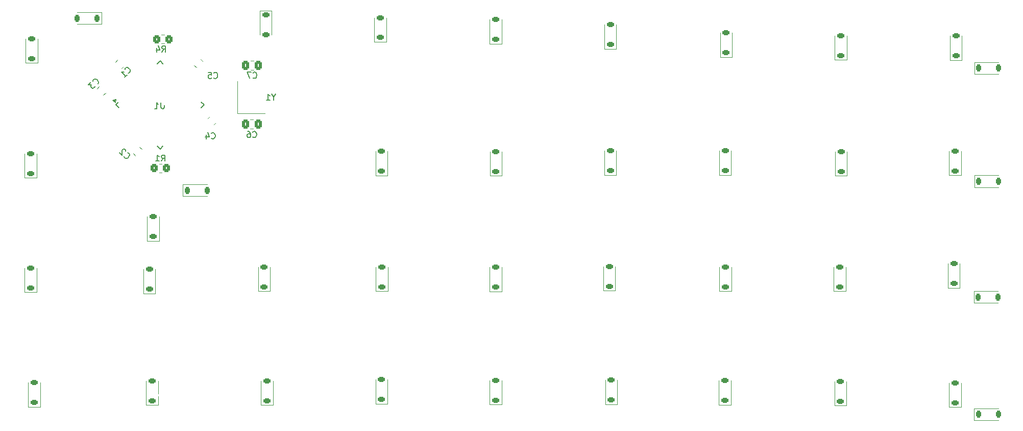
<source format=gbo>
G04 #@! TF.GenerationSoftware,KiCad,Pcbnew,8.0.9-8.0.9-0~ubuntu22.04.1*
G04 #@! TF.CreationDate,2025-05-05T00:51:58+08:00*
G04 #@! TF.ProjectId,macropad,6d616372-6f70-4616-942e-6b696361645f,rev?*
G04 #@! TF.SameCoordinates,Original*
G04 #@! TF.FileFunction,Legend,Bot*
G04 #@! TF.FilePolarity,Positive*
%FSLAX46Y46*%
G04 Gerber Fmt 4.6, Leading zero omitted, Abs format (unit mm)*
G04 Created by KiCad (PCBNEW 8.0.9-8.0.9-0~ubuntu22.04.1) date 2025-05-05 00:51:58*
%MOMM*%
%LPD*%
G01*
G04 APERTURE LIST*
G04 Aperture macros list*
%AMRoundRect*
0 Rectangle with rounded corners*
0 $1 Rounding radius*
0 $2 $3 $4 $5 $6 $7 $8 $9 X,Y pos of 4 corners*
0 Add a 4 corners polygon primitive as box body*
4,1,4,$2,$3,$4,$5,$6,$7,$8,$9,$2,$3,0*
0 Add four circle primitives for the rounded corners*
1,1,$1+$1,$2,$3*
1,1,$1+$1,$4,$5*
1,1,$1+$1,$6,$7*
1,1,$1+$1,$8,$9*
0 Add four rect primitives between the rounded corners*
20,1,$1+$1,$2,$3,$4,$5,0*
20,1,$1+$1,$4,$5,$6,$7,0*
20,1,$1+$1,$6,$7,$8,$9,0*
20,1,$1+$1,$8,$9,$2,$3,0*%
%AMRotRect*
0 Rectangle, with rotation*
0 The origin of the aperture is its center*
0 $1 length*
0 $2 width*
0 $3 Rotation angle, in degrees counterclockwise*
0 Add horizontal line*
21,1,$1,$2,0,0,$3*%
G04 Aperture macros list end*
%ADD10C,0.150000*%
%ADD11C,0.120000*%
%ADD12C,1.700000*%
%ADD13C,4.000000*%
%ADD14C,2.200000*%
%ADD15C,5.300000*%
%ADD16RoundRect,0.250000X-0.600000X-0.600000X0.600000X-0.600000X0.600000X0.600000X-0.600000X0.600000X0*%
%ADD17C,0.650000*%
%ADD18O,2.100000X1.000000*%
%ADD19O,1.600000X1.000000*%
%ADD20RoundRect,0.225000X0.225000X0.375000X-0.225000X0.375000X-0.225000X-0.375000X0.225000X-0.375000X0*%
%ADD21RoundRect,0.225000X0.375000X-0.225000X0.375000X0.225000X-0.375000X0.225000X-0.375000X-0.225000X0*%
%ADD22RoundRect,0.225000X-0.225000X-0.375000X0.225000X-0.375000X0.225000X0.375000X-0.225000X0.375000X0*%
%ADD23RoundRect,0.250000X-0.097227X0.574524X-0.574524X0.097227X0.097227X-0.574524X0.574524X-0.097227X0*%
%ADD24RoundRect,0.250000X-0.574524X-0.097227X-0.097227X-0.574524X0.574524X0.097227X0.097227X0.574524X0*%
%ADD25RoundRect,0.250000X0.337500X0.475000X-0.337500X0.475000X-0.337500X-0.475000X0.337500X-0.475000X0*%
%ADD26RoundRect,0.250000X0.350000X0.450000X-0.350000X0.450000X-0.350000X-0.450000X0.350000X-0.450000X0*%
%ADD27RoundRect,0.250000X0.574524X0.097227X0.097227X0.574524X-0.574524X-0.097227X-0.097227X-0.574524X0*%
%ADD28RotRect,1.500000X0.550000X315.000000*%
%ADD29RotRect,1.500000X0.550000X225.000000*%
%ADD30RoundRect,0.225000X-0.375000X0.225000X-0.375000X-0.225000X0.375000X-0.225000X0.375000X0.225000X0*%
%ADD31RoundRect,0.250000X0.097227X-0.574524X0.574524X-0.097227X-0.097227X0.574524X-0.574524X0.097227X0*%
%ADD32R,1.800000X2.100000*%
%ADD33RoundRect,0.250000X-0.337500X-0.475000X0.337500X-0.475000X0.337500X0.475000X-0.337500X0.475000X0*%
%ADD34C,0.600000*%
G04 APERTURE END LIST*
D10*
X99684173Y-100848472D02*
X99751517Y-100848472D01*
X99751517Y-100848472D02*
X99886204Y-100781128D01*
X99886204Y-100781128D02*
X99953547Y-100713785D01*
X99953547Y-100713785D02*
X100020891Y-100579098D01*
X100020891Y-100579098D02*
X100020891Y-100444411D01*
X100020891Y-100444411D02*
X99987219Y-100343396D01*
X99987219Y-100343396D02*
X99886204Y-100175037D01*
X99886204Y-100175037D02*
X99785189Y-100074022D01*
X99785189Y-100074022D02*
X99616830Y-99973006D01*
X99616830Y-99973006D02*
X99515815Y-99939335D01*
X99515815Y-99939335D02*
X99381128Y-99939335D01*
X99381128Y-99939335D02*
X99246441Y-100006678D01*
X99246441Y-100006678D02*
X99179097Y-100074022D01*
X99179097Y-100074022D02*
X99111754Y-100208709D01*
X99111754Y-100208709D02*
X99111754Y-100276052D01*
X98808708Y-100444411D02*
X98370975Y-100882144D01*
X98370975Y-100882144D02*
X98876051Y-100915815D01*
X98876051Y-100915815D02*
X98775036Y-101016831D01*
X98775036Y-101016831D02*
X98741364Y-101117846D01*
X98741364Y-101117846D02*
X98741364Y-101185189D01*
X98741364Y-101185189D02*
X98775036Y-101286205D01*
X98775036Y-101286205D02*
X98943395Y-101454563D01*
X98943395Y-101454563D02*
X99044410Y-101488235D01*
X99044410Y-101488235D02*
X99111754Y-101488235D01*
X99111754Y-101488235D02*
X99212769Y-101454563D01*
X99212769Y-101454563D02*
X99414799Y-101252533D01*
X99414799Y-101252533D02*
X99448471Y-101151518D01*
X99448471Y-101151518D02*
X99448471Y-101084174D01*
X119166666Y-99759580D02*
X119214285Y-99807200D01*
X119214285Y-99807200D02*
X119357142Y-99854819D01*
X119357142Y-99854819D02*
X119452380Y-99854819D01*
X119452380Y-99854819D02*
X119595237Y-99807200D01*
X119595237Y-99807200D02*
X119690475Y-99711961D01*
X119690475Y-99711961D02*
X119738094Y-99616723D01*
X119738094Y-99616723D02*
X119785713Y-99426247D01*
X119785713Y-99426247D02*
X119785713Y-99283390D01*
X119785713Y-99283390D02*
X119738094Y-99092914D01*
X119738094Y-99092914D02*
X119690475Y-98997676D01*
X119690475Y-98997676D02*
X119595237Y-98902438D01*
X119595237Y-98902438D02*
X119452380Y-98854819D01*
X119452380Y-98854819D02*
X119357142Y-98854819D01*
X119357142Y-98854819D02*
X119214285Y-98902438D01*
X119214285Y-98902438D02*
X119166666Y-98950057D01*
X118261904Y-98854819D02*
X118738094Y-98854819D01*
X118738094Y-98854819D02*
X118785713Y-99331009D01*
X118785713Y-99331009D02*
X118738094Y-99283390D01*
X118738094Y-99283390D02*
X118642856Y-99235771D01*
X118642856Y-99235771D02*
X118404761Y-99235771D01*
X118404761Y-99235771D02*
X118309523Y-99283390D01*
X118309523Y-99283390D02*
X118261904Y-99331009D01*
X118261904Y-99331009D02*
X118214285Y-99426247D01*
X118214285Y-99426247D02*
X118214285Y-99664342D01*
X118214285Y-99664342D02*
X118261904Y-99759580D01*
X118261904Y-99759580D02*
X118309523Y-99807200D01*
X118309523Y-99807200D02*
X118404761Y-99854819D01*
X118404761Y-99854819D02*
X118642856Y-99854819D01*
X118642856Y-99854819D02*
X118738094Y-99807200D01*
X118738094Y-99807200D02*
X118785713Y-99759580D01*
X125626666Y-109559580D02*
X125674285Y-109607200D01*
X125674285Y-109607200D02*
X125817142Y-109654819D01*
X125817142Y-109654819D02*
X125912380Y-109654819D01*
X125912380Y-109654819D02*
X126055237Y-109607200D01*
X126055237Y-109607200D02*
X126150475Y-109511961D01*
X126150475Y-109511961D02*
X126198094Y-109416723D01*
X126198094Y-109416723D02*
X126245713Y-109226247D01*
X126245713Y-109226247D02*
X126245713Y-109083390D01*
X126245713Y-109083390D02*
X126198094Y-108892914D01*
X126198094Y-108892914D02*
X126150475Y-108797676D01*
X126150475Y-108797676D02*
X126055237Y-108702438D01*
X126055237Y-108702438D02*
X125912380Y-108654819D01*
X125912380Y-108654819D02*
X125817142Y-108654819D01*
X125817142Y-108654819D02*
X125674285Y-108702438D01*
X125674285Y-108702438D02*
X125626666Y-108750057D01*
X124769523Y-108654819D02*
X124959999Y-108654819D01*
X124959999Y-108654819D02*
X125055237Y-108702438D01*
X125055237Y-108702438D02*
X125102856Y-108750057D01*
X125102856Y-108750057D02*
X125198094Y-108892914D01*
X125198094Y-108892914D02*
X125245713Y-109083390D01*
X125245713Y-109083390D02*
X125245713Y-109464342D01*
X125245713Y-109464342D02*
X125198094Y-109559580D01*
X125198094Y-109559580D02*
X125150475Y-109607200D01*
X125150475Y-109607200D02*
X125055237Y-109654819D01*
X125055237Y-109654819D02*
X124864761Y-109654819D01*
X124864761Y-109654819D02*
X124769523Y-109607200D01*
X124769523Y-109607200D02*
X124721904Y-109559580D01*
X124721904Y-109559580D02*
X124674285Y-109464342D01*
X124674285Y-109464342D02*
X124674285Y-109226247D01*
X124674285Y-109226247D02*
X124721904Y-109131009D01*
X124721904Y-109131009D02*
X124769523Y-109083390D01*
X124769523Y-109083390D02*
X124864761Y-109035771D01*
X124864761Y-109035771D02*
X125055237Y-109035771D01*
X125055237Y-109035771D02*
X125150475Y-109083390D01*
X125150475Y-109083390D02*
X125198094Y-109131009D01*
X125198094Y-109131009D02*
X125245713Y-109226247D01*
X110466666Y-113554819D02*
X110799999Y-113078628D01*
X111038094Y-113554819D02*
X111038094Y-112554819D01*
X111038094Y-112554819D02*
X110657142Y-112554819D01*
X110657142Y-112554819D02*
X110561904Y-112602438D01*
X110561904Y-112602438D02*
X110514285Y-112650057D01*
X110514285Y-112650057D02*
X110466666Y-112745295D01*
X110466666Y-112745295D02*
X110466666Y-112888152D01*
X110466666Y-112888152D02*
X110514285Y-112983390D01*
X110514285Y-112983390D02*
X110561904Y-113031009D01*
X110561904Y-113031009D02*
X110657142Y-113078628D01*
X110657142Y-113078628D02*
X111038094Y-113078628D01*
X109514285Y-113554819D02*
X110085713Y-113554819D01*
X109799999Y-113554819D02*
X109799999Y-112554819D01*
X109799999Y-112554819D02*
X109895237Y-112697676D01*
X109895237Y-112697676D02*
X109990475Y-112792914D01*
X109990475Y-112792914D02*
X110085713Y-112840533D01*
X104263588Y-112772112D02*
X104263588Y-112839456D01*
X104263588Y-112839456D02*
X104330932Y-112974143D01*
X104330932Y-112974143D02*
X104398275Y-113041486D01*
X104398275Y-113041486D02*
X104532962Y-113108830D01*
X104532962Y-113108830D02*
X104667649Y-113108830D01*
X104667649Y-113108830D02*
X104768664Y-113075158D01*
X104768664Y-113075158D02*
X104937023Y-112974143D01*
X104937023Y-112974143D02*
X105038038Y-112873128D01*
X105038038Y-112873128D02*
X105139054Y-112704769D01*
X105139054Y-112704769D02*
X105172725Y-112603754D01*
X105172725Y-112603754D02*
X105172725Y-112469067D01*
X105172725Y-112469067D02*
X105105382Y-112334380D01*
X105105382Y-112334380D02*
X105038038Y-112267036D01*
X105038038Y-112267036D02*
X104903351Y-112199693D01*
X104903351Y-112199693D02*
X104836008Y-112199693D01*
X104566634Y-111930319D02*
X104566634Y-111862975D01*
X104566634Y-111862975D02*
X104532962Y-111761960D01*
X104532962Y-111761960D02*
X104364603Y-111593601D01*
X104364603Y-111593601D02*
X104263588Y-111559929D01*
X104263588Y-111559929D02*
X104196245Y-111559929D01*
X104196245Y-111559929D02*
X104095229Y-111593601D01*
X104095229Y-111593601D02*
X104027886Y-111660945D01*
X104027886Y-111660945D02*
X103960542Y-111795632D01*
X103960542Y-111795632D02*
X103960542Y-112603754D01*
X103960542Y-112603754D02*
X103522810Y-112166021D01*
X110961904Y-103854819D02*
X110961904Y-104664342D01*
X110961904Y-104664342D02*
X110914285Y-104759580D01*
X110914285Y-104759580D02*
X110866666Y-104807200D01*
X110866666Y-104807200D02*
X110771428Y-104854819D01*
X110771428Y-104854819D02*
X110580952Y-104854819D01*
X110580952Y-104854819D02*
X110485714Y-104807200D01*
X110485714Y-104807200D02*
X110438095Y-104759580D01*
X110438095Y-104759580D02*
X110390476Y-104664342D01*
X110390476Y-104664342D02*
X110390476Y-103854819D01*
X109390476Y-104854819D02*
X109961904Y-104854819D01*
X109676190Y-104854819D02*
X109676190Y-103854819D01*
X109676190Y-103854819D02*
X109771428Y-103997676D01*
X109771428Y-103997676D02*
X109866666Y-104092914D01*
X109866666Y-104092914D02*
X109961904Y-104140533D01*
X104972112Y-98936411D02*
X105039456Y-98936411D01*
X105039456Y-98936411D02*
X105174143Y-98869067D01*
X105174143Y-98869067D02*
X105241486Y-98801724D01*
X105241486Y-98801724D02*
X105308830Y-98667037D01*
X105308830Y-98667037D02*
X105308830Y-98532350D01*
X105308830Y-98532350D02*
X105275158Y-98431335D01*
X105275158Y-98431335D02*
X105174143Y-98262976D01*
X105174143Y-98262976D02*
X105073128Y-98161961D01*
X105073128Y-98161961D02*
X104904769Y-98060945D01*
X104904769Y-98060945D02*
X104803754Y-98027274D01*
X104803754Y-98027274D02*
X104669067Y-98027274D01*
X104669067Y-98027274D02*
X104534380Y-98094617D01*
X104534380Y-98094617D02*
X104467036Y-98161961D01*
X104467036Y-98161961D02*
X104399693Y-98296648D01*
X104399693Y-98296648D02*
X104399693Y-98363991D01*
X104366021Y-99677189D02*
X104770082Y-99273128D01*
X104568051Y-99475159D02*
X103860945Y-98768052D01*
X103860945Y-98768052D02*
X104029303Y-98801724D01*
X104029303Y-98801724D02*
X104163990Y-98801724D01*
X104163990Y-98801724D02*
X104265006Y-98768052D01*
X110566666Y-95454819D02*
X110899999Y-94978628D01*
X111138094Y-95454819D02*
X111138094Y-94454819D01*
X111138094Y-94454819D02*
X110757142Y-94454819D01*
X110757142Y-94454819D02*
X110661904Y-94502438D01*
X110661904Y-94502438D02*
X110614285Y-94550057D01*
X110614285Y-94550057D02*
X110566666Y-94645295D01*
X110566666Y-94645295D02*
X110566666Y-94788152D01*
X110566666Y-94788152D02*
X110614285Y-94883390D01*
X110614285Y-94883390D02*
X110661904Y-94931009D01*
X110661904Y-94931009D02*
X110757142Y-94978628D01*
X110757142Y-94978628D02*
X111138094Y-94978628D01*
X109709523Y-94788152D02*
X109709523Y-95454819D01*
X109947618Y-94407200D02*
X110185713Y-95121485D01*
X110185713Y-95121485D02*
X109566666Y-95121485D01*
X118766666Y-109759580D02*
X118814285Y-109807200D01*
X118814285Y-109807200D02*
X118957142Y-109854819D01*
X118957142Y-109854819D02*
X119052380Y-109854819D01*
X119052380Y-109854819D02*
X119195237Y-109807200D01*
X119195237Y-109807200D02*
X119290475Y-109711961D01*
X119290475Y-109711961D02*
X119338094Y-109616723D01*
X119338094Y-109616723D02*
X119385713Y-109426247D01*
X119385713Y-109426247D02*
X119385713Y-109283390D01*
X119385713Y-109283390D02*
X119338094Y-109092914D01*
X119338094Y-109092914D02*
X119290475Y-108997676D01*
X119290475Y-108997676D02*
X119195237Y-108902438D01*
X119195237Y-108902438D02*
X119052380Y-108854819D01*
X119052380Y-108854819D02*
X118957142Y-108854819D01*
X118957142Y-108854819D02*
X118814285Y-108902438D01*
X118814285Y-108902438D02*
X118766666Y-108950057D01*
X117909523Y-109188152D02*
X117909523Y-109854819D01*
X118147618Y-108807200D02*
X118385713Y-109521485D01*
X118385713Y-109521485D02*
X117766666Y-109521485D01*
X129076190Y-102978628D02*
X129076190Y-103454819D01*
X129409523Y-102454819D02*
X129076190Y-102978628D01*
X129076190Y-102978628D02*
X128742857Y-102454819D01*
X127885714Y-103454819D02*
X128457142Y-103454819D01*
X128171428Y-103454819D02*
X128171428Y-102454819D01*
X128171428Y-102454819D02*
X128266666Y-102597676D01*
X128266666Y-102597676D02*
X128361904Y-102692914D01*
X128361904Y-102692914D02*
X128457142Y-102740533D01*
X125664166Y-99729580D02*
X125711785Y-99777200D01*
X125711785Y-99777200D02*
X125854642Y-99824819D01*
X125854642Y-99824819D02*
X125949880Y-99824819D01*
X125949880Y-99824819D02*
X126092737Y-99777200D01*
X126092737Y-99777200D02*
X126187975Y-99681961D01*
X126187975Y-99681961D02*
X126235594Y-99586723D01*
X126235594Y-99586723D02*
X126283213Y-99396247D01*
X126283213Y-99396247D02*
X126283213Y-99253390D01*
X126283213Y-99253390D02*
X126235594Y-99062914D01*
X126235594Y-99062914D02*
X126187975Y-98967676D01*
X126187975Y-98967676D02*
X126092737Y-98872438D01*
X126092737Y-98872438D02*
X125949880Y-98824819D01*
X125949880Y-98824819D02*
X125854642Y-98824819D01*
X125854642Y-98824819D02*
X125711785Y-98872438D01*
X125711785Y-98872438D02*
X125664166Y-98920057D01*
X125330832Y-98824819D02*
X124664166Y-98824819D01*
X124664166Y-98824819D02*
X125092737Y-99824819D01*
D11*
X96500000Y-88875000D02*
X100510000Y-88875000D01*
X96500000Y-90875000D02*
X100510000Y-90875000D01*
X100510000Y-90875000D02*
X100510000Y-88875000D01*
X87800000Y-112300000D02*
X87800000Y-116310000D01*
X87800000Y-116310000D02*
X89800000Y-116310000D01*
X89800000Y-112300000D02*
X89800000Y-116310000D01*
X245215000Y-135100000D02*
X245215000Y-137100000D01*
X249225000Y-135100000D02*
X245215000Y-135100000D01*
X249225000Y-137100000D02*
X245215000Y-137100000D01*
X99795543Y-101565010D02*
X100165010Y-101195543D01*
X100834990Y-102604457D02*
X101204457Y-102234990D01*
X145800000Y-89775000D02*
X145800000Y-93785000D01*
X145800000Y-93785000D02*
X147800000Y-93785000D01*
X147800000Y-89775000D02*
X147800000Y-93785000D01*
X107475000Y-131500000D02*
X107475000Y-135510000D01*
X107475000Y-135510000D02*
X109475000Y-135510000D01*
X109475000Y-131500000D02*
X109475000Y-135510000D01*
X203000000Y-131125000D02*
X203000000Y-135135000D01*
X203000000Y-135135000D02*
X205000000Y-135135000D01*
X205000000Y-131125000D02*
X205000000Y-135135000D01*
X245265000Y-154550000D02*
X245265000Y-156550000D01*
X249275000Y-154550000D02*
X245265000Y-154550000D01*
X249275000Y-156550000D02*
X245265000Y-156550000D01*
X222100000Y-150075000D02*
X222100000Y-154085000D01*
X222100000Y-154085000D02*
X224100000Y-154085000D01*
X224100000Y-150075000D02*
X224100000Y-154085000D01*
X145975000Y-149800000D02*
X145975000Y-153810000D01*
X145975000Y-153810000D02*
X147975000Y-153810000D01*
X147975000Y-149800000D02*
X147975000Y-153810000D01*
X202925000Y-149950000D02*
X202925000Y-153960000D01*
X202925000Y-153960000D02*
X204925000Y-153960000D01*
X204925000Y-149950000D02*
X204925000Y-153960000D01*
X221975000Y-131125000D02*
X221975000Y-135135000D01*
X221975000Y-135135000D02*
X223975000Y-135135000D01*
X223975000Y-131125000D02*
X223975000Y-135135000D01*
X164900000Y-131150000D02*
X164900000Y-135160000D01*
X164900000Y-135160000D02*
X166900000Y-135160000D01*
X166900000Y-131150000D02*
X166900000Y-135160000D01*
X145975000Y-111950000D02*
X145975000Y-115960000D01*
X145975000Y-115960000D02*
X147975000Y-115960000D01*
X147975000Y-111950000D02*
X147975000Y-115960000D01*
X116265010Y-98054457D02*
X115895543Y-97684990D01*
X117304457Y-97015010D02*
X116934990Y-96645543D01*
X245315000Y-97150000D02*
X245315000Y-99150000D01*
X249325000Y-97150000D02*
X245315000Y-97150000D01*
X249325000Y-99150000D02*
X245315000Y-99150000D01*
X125198748Y-106705000D02*
X125721252Y-106705000D01*
X125198748Y-108175000D02*
X125721252Y-108175000D01*
X164900000Y-149900000D02*
X164900000Y-153910000D01*
X164900000Y-153910000D02*
X166900000Y-153910000D01*
X166900000Y-149900000D02*
X166900000Y-153910000D01*
X87800000Y-131300000D02*
X87800000Y-135310000D01*
X87800000Y-135310000D02*
X89800000Y-135310000D01*
X89800000Y-131300000D02*
X89800000Y-135310000D01*
X241125000Y-111900000D02*
X241125000Y-115910000D01*
X241125000Y-115910000D02*
X243125000Y-115910000D01*
X243125000Y-111900000D02*
X243125000Y-115910000D01*
X164950000Y-111975000D02*
X164950000Y-115985000D01*
X164950000Y-115985000D02*
X166950000Y-115985000D01*
X166950000Y-111975000D02*
X166950000Y-115985000D01*
X110072936Y-114015000D02*
X110527064Y-114015000D01*
X110072936Y-115485000D02*
X110527064Y-115485000D01*
X183925000Y-111850000D02*
X183925000Y-115860000D01*
X183925000Y-115860000D02*
X185925000Y-115860000D01*
X185925000Y-111850000D02*
X185925000Y-115860000D01*
X105795543Y-112284990D02*
X106165010Y-112654457D01*
X106834990Y-111245543D02*
X107204457Y-111615010D01*
X126500000Y-131100000D02*
X126500000Y-135110000D01*
X126500000Y-135110000D02*
X128500000Y-135110000D01*
X128500000Y-131100000D02*
X128500000Y-135110000D01*
X241250000Y-92800000D02*
X241250000Y-96810000D01*
X241250000Y-96810000D02*
X243250000Y-96810000D01*
X243250000Y-92800000D02*
X243250000Y-96810000D01*
X184075000Y-149875000D02*
X184075000Y-153885000D01*
X184075000Y-153885000D02*
X186075000Y-153885000D01*
X186075000Y-149875000D02*
X186075000Y-153885000D01*
D10*
X103366315Y-103815129D02*
X102931445Y-104250000D01*
X103408742Y-104727297D02*
X102931445Y-104250000D01*
X109772703Y-97408742D02*
X110250000Y-96931445D01*
X109772703Y-111091258D02*
X110250000Y-111568555D01*
X110727297Y-97408742D02*
X110250000Y-96931445D01*
X110727297Y-111091258D02*
X110250000Y-111568555D01*
X117091258Y-103772703D02*
X117568555Y-104250000D01*
X117091258Y-104727297D02*
X117568555Y-104250000D01*
D11*
X102804166Y-103889376D02*
X102323333Y-103408543D01*
X102896089Y-103316619D01*
X102804166Y-103889376D01*
G36*
X102804166Y-103889376D02*
G01*
X102323333Y-103408543D01*
X102896089Y-103316619D01*
X102804166Y-103889376D01*
G37*
X245290000Y-115925000D02*
X245290000Y-117925000D01*
X249300000Y-115925000D02*
X245290000Y-115925000D01*
X249300000Y-117925000D02*
X245290000Y-117925000D01*
X88375000Y-150300000D02*
X88375000Y-154310000D01*
X88375000Y-154310000D02*
X90375000Y-154310000D01*
X90375000Y-150300000D02*
X90375000Y-154310000D01*
X87925000Y-93300000D02*
X87925000Y-97310000D01*
X87925000Y-97310000D02*
X89925000Y-97310000D01*
X89925000Y-93300000D02*
X89925000Y-97310000D01*
X102795543Y-97165010D02*
X103165010Y-96795543D01*
X103834990Y-98204457D02*
X104204457Y-97834990D01*
X222200000Y-111975000D02*
X222200000Y-115985000D01*
X222200000Y-115985000D02*
X224200000Y-115985000D01*
X224200000Y-111975000D02*
X224200000Y-115985000D01*
X183925000Y-90950000D02*
X183925000Y-94960000D01*
X183925000Y-94960000D02*
X185925000Y-94960000D01*
X185925000Y-90950000D02*
X185925000Y-94960000D01*
X108075000Y-122775000D02*
X108075000Y-126785000D01*
X108075000Y-126785000D02*
X110075000Y-126785000D01*
X110075000Y-122775000D02*
X110075000Y-126785000D01*
X222150000Y-92750000D02*
X222150000Y-96760000D01*
X222150000Y-96760000D02*
X224150000Y-96760000D01*
X224150000Y-92750000D02*
X224150000Y-96760000D01*
X203125000Y-92300000D02*
X203125000Y-96310000D01*
X203125000Y-96310000D02*
X205125000Y-96310000D01*
X205125000Y-92300000D02*
X205125000Y-96310000D01*
X183750000Y-131025000D02*
X183750000Y-135035000D01*
X183750000Y-135035000D02*
X185750000Y-135035000D01*
X185750000Y-131025000D02*
X185750000Y-135035000D01*
X240900000Y-130575000D02*
X240900000Y-134585000D01*
X240900000Y-134585000D02*
X242900000Y-134585000D01*
X242900000Y-130575000D02*
X242900000Y-134585000D01*
X146025000Y-131100000D02*
X146025000Y-135110000D01*
X146025000Y-135110000D02*
X148025000Y-135110000D01*
X148025000Y-131100000D02*
X148025000Y-135110000D01*
X114040000Y-117400000D02*
X114040000Y-119400000D01*
X118050000Y-117400000D02*
X114040000Y-117400000D01*
X118050000Y-119400000D02*
X114040000Y-119400000D01*
X126975000Y-149975000D02*
X126975000Y-153985000D01*
X126975000Y-153985000D02*
X128975000Y-153985000D01*
X128975000Y-149975000D02*
X128975000Y-153985000D01*
X241125000Y-150350000D02*
X241125000Y-154360000D01*
X241125000Y-154360000D02*
X243125000Y-154360000D01*
X243125000Y-150350000D02*
X243125000Y-154360000D01*
X126775000Y-92600000D02*
X126775000Y-88590000D01*
X128775000Y-88590000D02*
X126775000Y-88590000D01*
X128775000Y-92600000D02*
X128775000Y-88590000D01*
X110472936Y-92615000D02*
X110927064Y-92615000D01*
X110472936Y-94085000D02*
X110927064Y-94085000D01*
X107925000Y-150025000D02*
X107925000Y-154035000D01*
X107925000Y-154035000D02*
X109925000Y-154035000D01*
X109925000Y-150025000D02*
X109925000Y-154035000D01*
X118515010Y-106145543D02*
X118145543Y-106515010D01*
X119554457Y-107184990D02*
X119184990Y-107554457D01*
X202975000Y-111850000D02*
X202975000Y-115860000D01*
X202975000Y-115860000D02*
X204975000Y-115860000D01*
X204975000Y-111850000D02*
X204975000Y-115860000D01*
X123110000Y-100290000D02*
X123110000Y-105690000D01*
X123110000Y-105690000D02*
X127610000Y-105690000D01*
X164900000Y-90100000D02*
X164900000Y-94110000D01*
X164900000Y-94110000D02*
X166900000Y-94110000D01*
X166900000Y-90100000D02*
X166900000Y-94110000D01*
X125758752Y-96955000D02*
X125236248Y-96955000D01*
X125758752Y-98425000D02*
X125236248Y-98425000D01*
%LPC*%
D12*
X190500000Y-114220000D03*
D13*
X195580000Y-114220000D03*
D12*
X200660000Y-114220000D03*
D14*
X198120000Y-109140000D03*
X191770000Y-111680000D03*
D12*
X209550000Y-152400000D03*
D13*
X214630000Y-152400000D03*
D12*
X219710000Y-152400000D03*
D14*
X217170000Y-147320000D03*
X210820000Y-149860000D03*
D12*
X152400000Y-114220000D03*
D13*
X157480000Y-114220000D03*
D12*
X162560000Y-114220000D03*
D14*
X160020000Y-109140000D03*
X153670000Y-111680000D03*
D12*
X228600000Y-95250000D03*
D13*
X233680000Y-95250000D03*
D12*
X238760000Y-95250000D03*
D14*
X236220000Y-90170000D03*
X229870000Y-92710000D03*
D12*
X190500000Y-152400000D03*
D13*
X195580000Y-152400000D03*
D12*
X200660000Y-152400000D03*
D14*
X198120000Y-147320000D03*
X191770000Y-149860000D03*
D12*
X95250000Y-95250000D03*
D13*
X100330000Y-95250000D03*
D12*
X105410000Y-95250000D03*
D14*
X102870000Y-90170000D03*
X96520000Y-92710000D03*
D12*
X152400000Y-152400000D03*
D13*
X157480000Y-152400000D03*
D12*
X162560000Y-152400000D03*
D14*
X160020000Y-147320000D03*
X153670000Y-149860000D03*
D12*
X190500000Y-95250000D03*
D13*
X195580000Y-95250000D03*
D12*
X200660000Y-95250000D03*
D14*
X198120000Y-90170000D03*
X191770000Y-92710000D03*
D12*
X228600000Y-114220000D03*
D13*
X233680000Y-114220000D03*
D12*
X238760000Y-114220000D03*
D14*
X236220000Y-109140000D03*
X229870000Y-111680000D03*
D12*
X171450000Y-133350000D03*
D13*
X176530000Y-133350000D03*
D12*
X181610000Y-133350000D03*
D14*
X179070000Y-128270000D03*
X172720000Y-130810000D03*
D12*
X247650000Y-114220000D03*
D13*
X252730000Y-114220000D03*
D12*
X257810000Y-114220000D03*
D14*
X255270000Y-109140000D03*
X248920000Y-111680000D03*
D12*
X133350000Y-133350000D03*
D13*
X138430000Y-133350000D03*
D12*
X143510000Y-133350000D03*
D14*
X140970000Y-128270000D03*
X134620000Y-130810000D03*
D12*
X114300000Y-95250000D03*
D13*
X119380000Y-95250000D03*
D12*
X124460000Y-95250000D03*
D14*
X121920000Y-90170000D03*
X115570000Y-92710000D03*
D12*
X209550000Y-95250000D03*
D13*
X214630000Y-95250000D03*
D12*
X219710000Y-95250000D03*
D14*
X217170000Y-90170000D03*
X210820000Y-92710000D03*
D15*
X167000000Y-123600000D03*
D12*
X209550000Y-114220000D03*
D13*
X214630000Y-114220000D03*
D12*
X219710000Y-114220000D03*
D14*
X217170000Y-109140000D03*
X210820000Y-111680000D03*
D12*
X76200000Y-95250000D03*
D13*
X81280000Y-95250000D03*
D12*
X86360000Y-95250000D03*
D14*
X83820000Y-90170000D03*
X77470000Y-92710000D03*
D12*
X228600000Y-133350000D03*
D13*
X233680000Y-133350000D03*
D12*
X238760000Y-133350000D03*
D14*
X236220000Y-128270000D03*
X229870000Y-130810000D03*
D12*
X190500000Y-133350000D03*
D13*
X195580000Y-133350000D03*
D12*
X200660000Y-133350000D03*
D14*
X198120000Y-128270000D03*
X191770000Y-130810000D03*
D12*
X76200000Y-133350000D03*
D13*
X81280000Y-133350000D03*
D12*
X86360000Y-133350000D03*
D14*
X83820000Y-128270000D03*
X77470000Y-130810000D03*
D12*
X247650000Y-133350000D03*
D13*
X252730000Y-133350000D03*
D12*
X257810000Y-133350000D03*
D14*
X255270000Y-128270000D03*
X248920000Y-130810000D03*
D12*
X114300000Y-133350000D03*
D13*
X119380000Y-133350000D03*
D12*
X124460000Y-133350000D03*
D14*
X121920000Y-128270000D03*
X115570000Y-130810000D03*
D12*
X247650000Y-152400000D03*
D13*
X252730000Y-152400000D03*
D12*
X257810000Y-152400000D03*
D14*
X255270000Y-147320000D03*
X248920000Y-149860000D03*
D12*
X95250000Y-114220000D03*
D13*
X100330000Y-114220000D03*
D12*
X105410000Y-114220000D03*
D14*
X102870000Y-109140000D03*
X96520000Y-111680000D03*
D12*
X133350000Y-114220000D03*
D13*
X138430000Y-114220000D03*
D12*
X143510000Y-114220000D03*
D14*
X140970000Y-109140000D03*
X134620000Y-111680000D03*
D12*
X76200000Y-152400000D03*
D13*
X81280000Y-152400000D03*
D12*
X86360000Y-152400000D03*
D14*
X83820000Y-147320000D03*
X77470000Y-149860000D03*
D16*
X91730000Y-77855000D03*
D12*
X94270000Y-77855000D03*
X91730000Y-80395000D03*
X94270000Y-80395000D03*
X91730000Y-82935000D03*
X94270000Y-82935000D03*
X95250000Y-133350000D03*
D13*
X100330000Y-133350000D03*
D12*
X105410000Y-133350000D03*
D14*
X102870000Y-128270000D03*
X96520000Y-130810000D03*
D12*
X114300000Y-114220000D03*
D13*
X119380000Y-114220000D03*
D12*
X124460000Y-114220000D03*
D14*
X121920000Y-109140000D03*
X115570000Y-111680000D03*
D15*
X243250000Y-143000000D03*
D12*
X133350000Y-95250000D03*
D13*
X138430000Y-95250000D03*
D12*
X143510000Y-95250000D03*
D14*
X140970000Y-90170000D03*
X134620000Y-92710000D03*
D12*
X171450000Y-114220000D03*
D13*
X176530000Y-114220000D03*
D12*
X181610000Y-114220000D03*
D14*
X179070000Y-109140000D03*
X172720000Y-111680000D03*
D15*
X90800000Y-104600000D03*
D12*
X171450000Y-152400000D03*
D13*
X176530000Y-152400000D03*
D12*
X181610000Y-152400000D03*
D14*
X179070000Y-147320000D03*
X172720000Y-149860000D03*
D12*
X152400000Y-95250000D03*
D13*
X157480000Y-95250000D03*
D12*
X162560000Y-95250000D03*
D14*
X160020000Y-90170000D03*
X153670000Y-92710000D03*
D15*
X90750000Y-142750000D03*
D12*
X152400000Y-133350000D03*
D13*
X157480000Y-133350000D03*
D12*
X162560000Y-133350000D03*
D14*
X160020000Y-128270000D03*
X153670000Y-130810000D03*
D12*
X228600000Y-152400000D03*
D13*
X233680000Y-152400000D03*
D12*
X238760000Y-152400000D03*
D14*
X236220000Y-147320000D03*
X229870000Y-149860000D03*
D12*
X247650000Y-95250000D03*
D13*
X252730000Y-95250000D03*
D12*
X257810000Y-95250000D03*
D14*
X255270000Y-90170000D03*
X248920000Y-92710000D03*
D12*
X171450000Y-95250000D03*
D13*
X176530000Y-95250000D03*
D12*
X181610000Y-95250000D03*
D14*
X179070000Y-90170000D03*
X172720000Y-92710000D03*
D15*
X243250000Y-104750000D03*
D12*
X114300000Y-152400000D03*
D13*
X119380000Y-152400000D03*
D12*
X124460000Y-152400000D03*
D14*
X121920000Y-147320000D03*
X115570000Y-149860000D03*
D17*
X79240000Y-77485000D03*
X79240000Y-83265000D03*
D18*
X79770000Y-76055000D03*
D19*
X75590000Y-76055000D03*
D18*
X79770000Y-84695000D03*
D19*
X75590000Y-84695000D03*
D12*
X76200000Y-114220000D03*
D13*
X81280000Y-114220000D03*
D12*
X86360000Y-114220000D03*
D14*
X83820000Y-109140000D03*
X77470000Y-111680000D03*
D12*
X95250000Y-152400000D03*
D13*
X100330000Y-152400000D03*
D12*
X105410000Y-152400000D03*
D14*
X102870000Y-147320000D03*
X96520000Y-149860000D03*
D12*
X133350000Y-152400000D03*
D13*
X138430000Y-152400000D03*
D12*
X143510000Y-152400000D03*
D14*
X140970000Y-147320000D03*
X134620000Y-149860000D03*
D12*
X209550000Y-133350000D03*
D13*
X214630000Y-133350000D03*
D12*
X219710000Y-133350000D03*
D14*
X217170000Y-128270000D03*
X210820000Y-130810000D03*
D20*
X99800000Y-89875000D03*
X96500000Y-89875000D03*
D21*
X88800000Y-115600000D03*
X88800000Y-112300000D03*
D22*
X245925000Y-136100000D03*
X249225000Y-136100000D03*
D23*
X101233623Y-101166377D03*
X99766377Y-102633623D03*
D21*
X146800000Y-93075000D03*
X146800000Y-89775000D03*
X108475000Y-134800000D03*
X108475000Y-131500000D03*
X204000000Y-134425000D03*
X204000000Y-131125000D03*
D22*
X245975000Y-155550000D03*
X249275000Y-155550000D03*
D21*
X223100000Y-153375000D03*
X223100000Y-150075000D03*
X146975000Y-153100000D03*
X146975000Y-149800000D03*
X203925000Y-153250000D03*
X203925000Y-149950000D03*
X222975000Y-134425000D03*
X222975000Y-131125000D03*
X165900000Y-134450000D03*
X165900000Y-131150000D03*
X146975000Y-115250000D03*
X146975000Y-111950000D03*
D24*
X115866377Y-96616377D03*
X117333623Y-98083623D03*
D22*
X246025000Y-98150000D03*
X249325000Y-98150000D03*
D25*
X126497500Y-107440000D03*
X124422500Y-107440000D03*
D21*
X165900000Y-153200000D03*
X165900000Y-149900000D03*
X88800000Y-134600000D03*
X88800000Y-131300000D03*
X242125000Y-115200000D03*
X242125000Y-111900000D03*
X165950000Y-115275000D03*
X165950000Y-111975000D03*
D26*
X111300000Y-114750000D03*
X109300000Y-114750000D03*
D21*
X184925000Y-115150000D03*
X184925000Y-111850000D03*
D27*
X107233623Y-112683623D03*
X105766377Y-111216377D03*
D21*
X127500000Y-134400000D03*
X127500000Y-131100000D03*
X242250000Y-96100000D03*
X242250000Y-92800000D03*
X185075000Y-153175000D03*
X185075000Y-149875000D03*
D28*
X103391064Y-103047918D03*
X103956750Y-102482233D03*
X104522435Y-101916548D03*
X105088120Y-101350862D03*
X105653806Y-100785177D03*
X106219491Y-100219491D03*
X106785177Y-99653806D03*
X107350862Y-99088120D03*
X107916548Y-98522435D03*
X108482233Y-97956750D03*
X109047918Y-97391064D03*
D29*
X111452082Y-97391064D03*
X112017767Y-97956750D03*
X112583452Y-98522435D03*
X113149138Y-99088120D03*
X113714823Y-99653806D03*
X114280509Y-100219491D03*
X114846194Y-100785177D03*
X115411880Y-101350862D03*
X115977565Y-101916548D03*
X116543250Y-102482233D03*
X117108936Y-103047918D03*
D28*
X117108936Y-105452082D03*
X116543250Y-106017767D03*
X115977565Y-106583452D03*
X115411880Y-107149138D03*
X114846194Y-107714823D03*
X114280509Y-108280509D03*
X113714823Y-108846194D03*
X113149138Y-109411880D03*
X112583452Y-109977565D03*
X112017767Y-110543250D03*
X111452082Y-111108936D03*
D29*
X109047918Y-111108936D03*
X108482233Y-110543250D03*
X107916548Y-109977565D03*
X107350862Y-109411880D03*
X106785177Y-108846194D03*
X106219491Y-108280509D03*
X105653806Y-107714823D03*
X105088120Y-107149138D03*
X104522435Y-106583452D03*
X103956750Y-106017767D03*
X103391064Y-105452082D03*
D22*
X246000000Y-116925000D03*
X249300000Y-116925000D03*
D21*
X89375000Y-153600000D03*
X89375000Y-150300000D03*
X88925000Y-96600000D03*
X88925000Y-93300000D03*
D23*
X104233623Y-96766377D03*
X102766377Y-98233623D03*
D21*
X223200000Y-115275000D03*
X223200000Y-111975000D03*
X184925000Y-94250000D03*
X184925000Y-90950000D03*
X109075000Y-126075000D03*
X109075000Y-122775000D03*
X223150000Y-96050000D03*
X223150000Y-92750000D03*
X204125000Y-95600000D03*
X204125000Y-92300000D03*
X184750000Y-134325000D03*
X184750000Y-131025000D03*
X241900000Y-133875000D03*
X241900000Y-130575000D03*
X147025000Y-134400000D03*
X147025000Y-131100000D03*
D22*
X114750000Y-118400000D03*
X118050000Y-118400000D03*
D21*
X127975000Y-153275000D03*
X127975000Y-149975000D03*
X242125000Y-153650000D03*
X242125000Y-150350000D03*
D30*
X127775000Y-89300000D03*
X127775000Y-92600000D03*
D26*
X111700000Y-93350000D03*
X109700000Y-93350000D03*
D21*
X108925000Y-153325000D03*
X108925000Y-150025000D03*
D31*
X118116377Y-107583623D03*
X119583623Y-106116377D03*
D21*
X203975000Y-115150000D03*
X203975000Y-111850000D03*
D32*
X124210000Y-104440000D03*
X124210000Y-101540000D03*
X126510000Y-101540000D03*
X126510000Y-104440000D03*
D21*
X165900000Y-93400000D03*
X165900000Y-90100000D03*
D33*
X124460000Y-97690000D03*
X126535000Y-97690000D03*
D34*
X104000000Y-79000000D03*
X104000000Y-80000000D03*
X103000000Y-80000000D03*
X103000000Y-79000000D03*
X94000000Y-86000000D03*
X94000000Y-87000000D03*
X93000000Y-87000000D03*
X93000000Y-86000000D03*
X127000000Y-128000000D03*
X126000000Y-128000000D03*
X125000000Y-128000000D03*
X135000000Y-97000000D03*
X187000000Y-96000000D03*
X187000000Y-95000000D03*
X187000000Y-94000000D03*
X187000000Y-93000000D03*
X187000000Y-92000000D03*
X150000000Y-94000000D03*
X150000000Y-95000000D03*
X150000000Y-93000000D03*
X150000000Y-92000000D03*
X150000000Y-91000000D03*
X125000000Y-118000000D03*
X125000000Y-119000000D03*
X125000000Y-120000000D03*
X124000000Y-120000000D03*
X124000000Y-119000000D03*
X124000000Y-118000000D03*
X101000000Y-118000000D03*
X101000000Y-119000000D03*
X101000000Y-120000000D03*
X100000000Y-120000000D03*
X100000000Y-119000000D03*
X100000000Y-118000000D03*
X118000000Y-92000000D03*
X119000000Y-92000000D03*
X101000000Y-92000000D03*
X100000000Y-92000000D03*
X99000000Y-92000000D03*
X105000000Y-93000000D03*
X105000000Y-92000000D03*
X114000000Y-90000000D03*
X113000000Y-90000000D03*
X112000000Y-90000000D03*
X111000000Y-90000000D03*
X108991332Y-104000000D03*
X110000000Y-105000000D03*
X111000000Y-104000000D03*
X110000000Y-103000000D03*
X113000000Y-104000000D03*
X112000000Y-105000000D03*
X111000000Y-106000000D03*
X110000000Y-107000000D03*
X108991332Y-106000000D03*
X108000000Y-105000000D03*
X112000000Y-103000000D03*
X111000000Y-102000000D03*
X110000000Y-101000000D03*
X109000000Y-102000000D03*
X107934314Y-103065686D03*
X107000000Y-104000000D03*
X97600000Y-102200000D03*
X128600000Y-123150000D03*
X120600000Y-105200000D03*
X127800000Y-123800000D03*
X121640520Y-105890670D03*
X83030870Y-79775000D03*
X83115000Y-82375000D03*
X130000000Y-128000000D03*
X112800000Y-117600000D03*
X111400000Y-124800000D03*
X131000000Y-122400000D03*
X82400000Y-83600000D03*
X118800000Y-108400000D03*
X107750000Y-114250000D03*
X106000000Y-98250000D03*
X99650000Y-100875000D03*
X82225761Y-77425761D03*
X102050000Y-104750000D03*
X111700000Y-92100000D03*
X109800000Y-152400000D03*
X112600000Y-112400000D03*
X110400000Y-134200000D03*
X113470000Y-111800000D03*
X94600000Y-93600000D03*
X90400000Y-97000000D03*
X107400000Y-89400000D03*
X118000000Y-89200000D03*
X101000000Y-89400000D03*
X125800000Y-92600000D03*
X82865000Y-78625000D03*
X82380870Y-81109130D03*
X97450000Y-81300000D03*
X91199479Y-89800521D03*
X91800521Y-89199479D03*
%LPD*%
M02*

</source>
